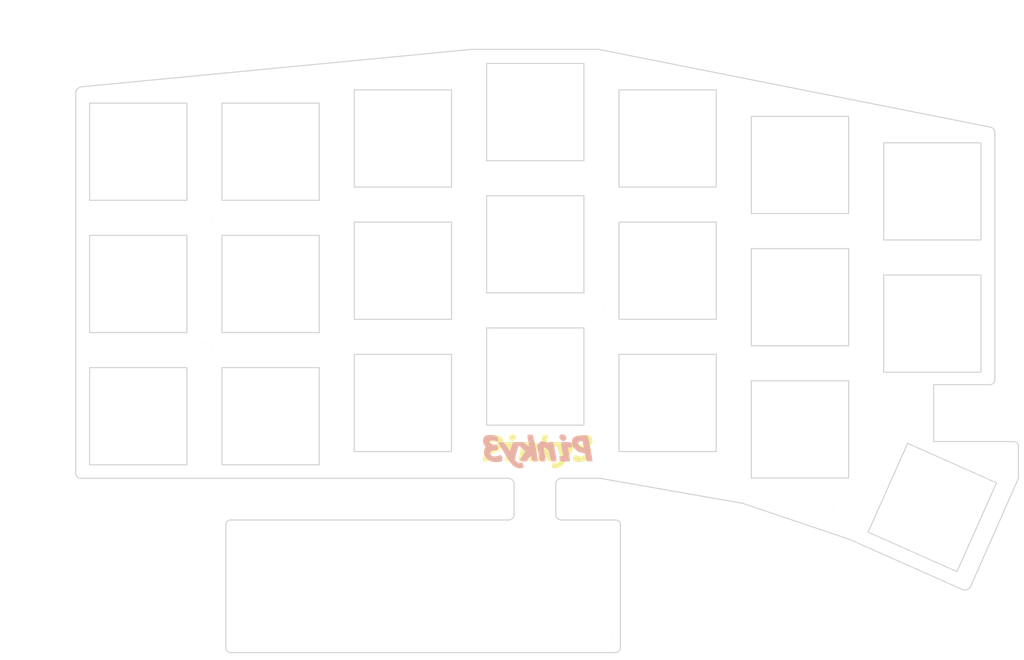
<source format=kicad_pcb>
(kicad_pcb (version 20171130) (host pcbnew "(5.0.1-3-g963ef8bb5)")

  (general
    (thickness 1.6)
    (drawings 122)
    (tracks 0)
    (zones 0)
    (modules 11)
    (nets 2)
  )

  (page A4)
  (title_block
    (title "Pinky3 Top Plate Design")
    (date 2018-12-23)
    (rev 0.3)
    (company @tamanishi)
  )

  (layers
    (0 F.Cu signal)
    (31 B.Cu signal)
    (32 B.Adhes user)
    (33 F.Adhes user)
    (34 B.Paste user)
    (35 F.Paste user)
    (36 B.SilkS user)
    (37 F.SilkS user)
    (38 B.Mask user)
    (39 F.Mask user)
    (40 Dwgs.User user hide)
    (41 Cmts.User user)
    (42 Eco1.User user)
    (43 Eco2.User user)
    (44 Edge.Cuts user)
    (45 Margin user)
    (46 B.CrtYd user)
    (47 F.CrtYd user)
    (48 B.Fab user)
    (49 F.Fab user)
  )

  (setup
    (last_trace_width 0.25)
    (user_trace_width 0.5)
    (trace_clearance 0.2)
    (zone_clearance 0.508)
    (zone_45_only no)
    (trace_min 0.2)
    (segment_width 0.15)
    (edge_width 0.15)
    (via_size 0.6)
    (via_drill 0.4)
    (via_min_size 0.4)
    (via_min_drill 0.3)
    (uvia_size 0.4)
    (uvia_drill 0.3)
    (uvias_allowed no)
    (uvia_min_size 0.4)
    (uvia_min_drill 0.3)
    (pcb_text_width 0.3)
    (pcb_text_size 1.5 1.5)
    (mod_edge_width 0.15)
    (mod_text_size 1 1)
    (mod_text_width 0.15)
    (pad_size 5 5)
    (pad_drill 4.8)
    (pad_to_mask_clearance 0.2)
    (solder_mask_min_width 0.25)
    (aux_axis_origin 41 54.3)
    (visible_elements FFFFE77F)
    (pcbplotparams
      (layerselection 0x010f0_ffffffff)
      (usegerberextensions false)
      (usegerberattributes false)
      (usegerberadvancedattributes false)
      (creategerberjobfile false)
      (excludeedgelayer true)
      (linewidth 0.100000)
      (plotframeref false)
      (viasonmask false)
      (mode 1)
      (useauxorigin false)
      (hpglpennumber 1)
      (hpglpenspeed 20)
      (hpglpendiameter 15.000000)
      (psnegative false)
      (psa4output false)
      (plotreference true)
      (plotvalue true)
      (plotinvisibletext false)
      (padsonsilk false)
      (subtractmaskfromsilk false)
      (outputformat 1)
      (mirror false)
      (drillshape 0)
      (scaleselection 1)
      (outputdirectory "Gerber/"))
  )

  (net 0 "")
  (net 1 GND)

  (net_class Default "This is the default net class."
    (clearance 0.2)
    (trace_width 0.25)
    (via_dia 0.6)
    (via_drill 0.4)
    (uvia_dia 0.4)
    (uvia_drill 0.3)
  )

  (module lib:HOLE_M2 (layer F.Cu) (tedit 5C1EE041) (tstamp 5C0A86C7)
    (at 149 120.3)
    (fp_text reference Ref** (at 0 -2) (layer F.SilkS) hide
      (effects (font (size 0.29972 0.29972) (thickness 0.07493)))
    )
    (fp_text value Val** (at 0 1.75) (layer F.SilkS) hide
      (effects (font (size 0.29972 0.29972) (thickness 0.0762)))
    )
    (pad "" np_thru_hole circle (at 0 0) (size 2.2 2.2) (drill 2.2) (layers *.Cu *.Mask F.SilkS)
      (clearance 0.85))
  )

  (module lib:HOLE_M2 (layer F.Cu) (tedit 5C1EE041) (tstamp 5BDF1C89)
    (at 59.5 97.6)
    (fp_text reference Ref** (at 0 -2) (layer F.SilkS) hide
      (effects (font (size 0.29972 0.29972) (thickness 0.07493)))
    )
    (fp_text value Val** (at 0 1.75) (layer F.SilkS) hide
      (effects (font (size 0.29972 0.29972) (thickness 0.0762)))
    )
    (pad "" np_thru_hole circle (at 0 0) (size 2.2 2.2) (drill 2.2) (layers *.Cu *.Mask F.SilkS)
      (clearance 0.85))
  )

  (module lib:HOLE_M2 (layer F.Cu) (tedit 5C1EE041) (tstamp 5BDF1C99)
    (at 116 91.9)
    (fp_text reference Ref** (at 0 -2) (layer F.SilkS) hide
      (effects (font (size 0.29972 0.29972) (thickness 0.07493)))
    )
    (fp_text value Val** (at 0 1.75) (layer F.SilkS) hide
      (effects (font (size 0.29972 0.29972) (thickness 0.0762)))
    )
    (pad "" np_thru_hole circle (at 0 0) (size 2.2 2.2) (drill 2.2) (layers *.Cu *.Mask F.SilkS)
      (clearance 0.85))
  )

  (module lib:HOLE_M2 (layer F.Cu) (tedit 5C1EE041) (tstamp 5BDF2E30)
    (at 154.1 80.5)
    (fp_text reference Ref** (at 0 -2) (layer F.SilkS) hide
      (effects (font (size 0.29972 0.29972) (thickness 0.07493)))
    )
    (fp_text value Val** (at 0 1.75) (layer F.SilkS) hide
      (effects (font (size 0.29972 0.29972) (thickness 0.0762)))
    )
    (pad "" np_thru_hole circle (at 0 0) (size 2.2 2.2) (drill 2.2) (layers *.Cu *.Mask F.SilkS)
      (clearance 0.85))
  )

  (module lib:HOLE_M2 (layer F.Cu) (tedit 5C1EE041) (tstamp 5C1F4314)
    (at 59.5 78.55)
    (fp_text reference Ref** (at 0 -2) (layer F.SilkS) hide
      (effects (font (size 0.29972 0.29972) (thickness 0.07493)))
    )
    (fp_text value Val** (at 0 1.75) (layer F.SilkS) hide
      (effects (font (size 0.29972 0.29972) (thickness 0.0762)))
    )
    (pad "" np_thru_hole circle (at 0 0) (size 2.2 2.2) (drill 2.2) (layers *.Cu *.Mask F.SilkS)
      (clearance 0.85))
  )

  (module kbd:HOLE_M2 (layer F.Cu) (tedit 5C1EE041) (tstamp 5C04BAC0)
    (at 117.1 124.4)
    (fp_text reference HOLE_M2 (at 0 -2) (layer F.SilkS) hide
      (effects (font (size 0.29972 0.29972) (thickness 0.07493)))
    )
    (fp_text value VAL** (at 0 1.75) (layer F.SilkS) hide
      (effects (font (size 0.29972 0.29972) (thickness 0.0762)))
    )
    (pad "" np_thru_hole circle (at 0 0) (size 2.2 2.2) (drill 2.2) (layers *.Cu *.Mask F.SilkS)
      (clearance 0.85))
  )

  (module kbd:HOLE_M2 (layer F.Cu) (tedit 5C1EE041) (tstamp 5C04BAC9)
    (at 117.1 138.9)
    (fp_text reference HOLE_M2 (at 0 -2) (layer F.SilkS) hide
      (effects (font (size 0.29972 0.29972) (thickness 0.07493)))
    )
    (fp_text value VAL** (at 0 1.75) (layer F.SilkS) hide
      (effects (font (size 0.29972 0.29972) (thickness 0.0762)))
    )
    (pad "" np_thru_hole circle (at 0 0) (size 2.2 2.2) (drill 2.2) (layers *.Cu *.Mask F.SilkS)
      (clearance 0.85))
  )

  (module lib:breakaway-mousebites (layer F.Cu) (tedit 5BEE6749) (tstamp 5C1F43DC)
    (at 107.1 116.1)
    (fp_text reference REF** (at 0 -1.524) (layer Dwgs.User)
      (effects (font (size 1 1) (thickness 0.15)))
    )
    (fp_text value breakaway-mousebites (at 0 0.762) (layer Dwgs.User)
      (effects (font (size 1 1) (thickness 0.15)))
    )
    (fp_line (start 2.286 0) (end 2.794 0) (layer B.CrtYd) (width 0.15))
    (fp_line (start 1.016 0) (end 1.524 0) (layer B.CrtYd) (width 0.15))
    (fp_line (start -2.286 0) (end -2.794 0) (layer B.CrtYd) (width 0.15))
    (fp_line (start -1.016 0) (end -1.524 0) (layer B.CrtYd) (width 0.15))
    (fp_line (start 0.254 0) (end -0.254 0) (layer B.CrtYd) (width 0.15))
    (fp_line (start -2.794 0) (end 2.794 0) (layer Dwgs.User) (width 0.15))
    (pad "" np_thru_hole circle (at -2.54 -0.254) (size 0.7874 0.7874) (drill 0.7874) (layers *.Cu *.Mask))
    (pad "" np_thru_hole circle (at -1.27 -0.254) (size 0.7874 0.7874) (drill 0.7874) (layers *.Cu *.Mask))
    (pad "" np_thru_hole circle (at 2.54 -0.254) (size 0.7874 0.7874) (drill 0.7874) (layers *.Cu *.Mask))
    (pad "" np_thru_hole circle (at 1.27 -0.254) (size 0.7874 0.7874) (drill 0.7874) (layers *.Cu *.Mask))
    (pad "" np_thru_hole circle (at 0 -0.254) (size 0.7874 0.7874) (drill 0.7874) (layers *.Cu *.Mask))
  )

  (module lib:breakaway-mousebites (layer F.Cu) (tedit 5BEE6749) (tstamp 5C1F440F)
    (at 107.1 122.1 180)
    (fp_text reference REF** (at 0 -1.524 180) (layer Dwgs.User)
      (effects (font (size 1 1) (thickness 0.15)))
    )
    (fp_text value breakaway-mousebites (at 0 0.762 180) (layer Dwgs.User)
      (effects (font (size 1 1) (thickness 0.15)))
    )
    (fp_line (start 2.286 0) (end 2.794 0) (layer B.CrtYd) (width 0.15))
    (fp_line (start 1.016 0) (end 1.524 0) (layer B.CrtYd) (width 0.15))
    (fp_line (start -2.286 0) (end -2.794 0) (layer B.CrtYd) (width 0.15))
    (fp_line (start -1.016 0) (end -1.524 0) (layer B.CrtYd) (width 0.15))
    (fp_line (start 0.254 0) (end -0.254 0) (layer B.CrtYd) (width 0.15))
    (fp_line (start -2.794 0) (end 2.794 0) (layer Dwgs.User) (width 0.15))
    (pad "" np_thru_hole circle (at -2.54 -0.254 180) (size 0.7874 0.7874) (drill 0.7874) (layers *.Cu *.Mask))
    (pad "" np_thru_hole circle (at -1.27 -0.254 180) (size 0.7874 0.7874) (drill 0.7874) (layers *.Cu *.Mask))
    (pad "" np_thru_hole circle (at 2.54 -0.254 180) (size 0.7874 0.7874) (drill 0.7874) (layers *.Cu *.Mask))
    (pad "" np_thru_hole circle (at 1.27 -0.254 180) (size 0.7874 0.7874) (drill 0.7874) (layers *.Cu *.Mask))
    (pad "" np_thru_hole circle (at 0 -0.254 180) (size 0.7874 0.7874) (drill 0.7874) (layers *.Cu *.Mask))
  )

  (module lib:pinky3 (layer B.Cu) (tedit 0) (tstamp 5C31D7C6)
    (at 107.5 112.2 180)
    (fp_text reference G*** (at 0 0 180) (layer B.SilkS) hide
      (effects (font (size 1.524 1.524) (thickness 0.3)) (justify mirror))
    )
    (fp_text value LOGO (at 0.75 0 180) (layer B.SilkS) hide
      (effects (font (size 1.524 1.524) (thickness 0.3)) (justify mirror))
    )
    (fp_poly (pts (xy -3.341841 2.400345) (xy -3.202176 2.298987) (xy -3.127329 2.153535) (xy -3.12007 1.983201)
      (xy -3.183166 1.807194) (xy -3.319388 1.644724) (xy -3.418767 1.572744) (xy -3.633118 1.485313)
      (xy -3.826454 1.494863) (xy -3.99011 1.597891) (xy -4.100092 1.76962) (xy -4.114703 1.959412)
      (xy -4.034953 2.153196) (xy -3.94208 2.265681) (xy -3.812069 2.377675) (xy -3.688628 2.427864)
      (xy -3.543554 2.4384) (xy -3.341841 2.400345)) (layer B.SilkS) (width 0.01))
    (fp_poly (pts (xy -0.482306 1.376166) (xy -0.251109 1.26555) (xy -0.172169 1.198329) (xy -0.075296 1.08678)
      (xy -0.010262 0.967467) (xy 0.024198 0.823746) (xy 0.029351 0.638972) (xy 0.006461 0.396503)
      (xy -0.043204 0.079693) (xy -0.074029 -0.091979) (xy -0.148844 -0.49881) (xy -0.209523 -0.81685)
      (xy -0.261481 -1.057009) (xy -0.310131 -1.230198) (xy -0.360888 -1.347327) (xy -0.419165 -1.419306)
      (xy -0.490375 -1.457046) (xy -0.579934 -1.471457) (xy -0.693255 -1.47345) (xy -0.759409 -1.4732)
      (xy -0.913398 -1.470639) (xy -1.02373 -1.454103) (xy -1.09409 -1.410308) (xy -1.128166 -1.325971)
      (xy -1.129645 -1.187809) (xy -1.102212 -0.98254) (xy -1.049556 -0.696879) (xy -1.0187 -0.539004)
      (xy -0.948236 -0.168361) (xy -0.900304 0.114328) (xy -0.87384 0.319932) (xy -0.867779 0.459319)
      (xy -0.881058 0.543358) (xy -0.909087 0.580917) (xy -0.975833 0.570451) (xy -1.092894 0.5098)
      (xy -1.234805 0.416453) (xy -1.376101 0.307901) (xy -1.491319 0.201635) (xy -1.532972 0.1524)
      (xy -1.578727 0.053293) (xy -1.635244 -0.124305) (xy -1.69638 -0.3587) (xy -1.755992 -0.628198)
      (xy -1.760868 -0.652411) (xy -1.815883 -0.90749) (xy -1.871402 -1.129796) (xy -1.921675 -1.298505)
      (xy -1.960953 -1.392798) (xy -1.967769 -1.401711) (xy -2.066486 -1.447558) (xy -2.223891 -1.47126)
      (xy -2.402827 -1.473024) (xy -2.566135 -1.453059) (xy -2.676658 -1.411569) (xy -2.691841 -1.397674)
      (xy -2.70874 -1.355301) (xy -2.712608 -1.275996) (xy -2.701948 -1.148644) (xy -2.675262 -0.962131)
      (xy -2.631054 -0.705344) (xy -2.567825 -0.367168) (xy -2.519044 -0.114974) (xy -2.451037 0.228252)
      (xy -2.386653 0.543121) (xy -2.329192 0.814279) (xy -2.281952 1.026375) (xy -2.248234 1.164053)
      (xy -2.235073 1.2065) (xy -2.199542 1.266794) (xy -2.140313 1.301227) (xy -2.032235 1.316867)
      (xy -1.850156 1.320782) (xy -1.828295 1.3208) (xy -1.623015 1.314638) (xy -1.501292 1.293919)
      (xy -1.445707 1.255297) (xy -1.441504 1.24651) (xy -1.406726 1.199459) (xy -1.340798 1.218533)
      (xy -1.303398 1.240849) (xy -1.030633 1.364649) (xy -0.749541 1.409477) (xy -0.482306 1.376166)) (layer B.SilkS) (width 0.01))
    (fp_poly (pts (xy -3.803067 1.319092) (xy -3.606005 1.312807) (xy -3.479164 1.300209) (xy -3.406871 1.279561)
      (xy -3.373459 1.249125) (xy -3.369948 1.241414) (xy -3.370941 1.172104) (xy -3.389134 1.022005)
      (xy -3.421246 0.809839) (xy -3.463998 0.554332) (xy -3.514109 0.274207) (xy -3.568298 -0.011811)
      (xy -3.623286 -0.284998) (xy -3.675792 -0.526629) (xy -3.691532 -0.59422) (xy -3.698453 -0.657051)
      (xy -3.666784 -0.69255) (xy -3.574863 -0.710891) (xy -3.421135 -0.72122) (xy -3.1242 -0.7366)
      (xy -3.135952 -1.010951) (xy -3.148699 -1.183663) (xy -3.179755 -1.30704) (xy -3.244057 -1.389342)
      (xy -3.356544 -1.438829) (xy -3.532152 -1.463762) (xy -3.785821 -1.4724) (xy -3.971868 -1.4732)
      (xy -4.248147 -1.47131) (xy -4.438776 -1.464425) (xy -4.559656 -1.450722) (xy -4.626689 -1.428376)
      (xy -4.655775 -1.395563) (xy -4.656105 -1.394718) (xy -4.654784 -1.327702) (xy -4.637389 -1.180715)
      (xy -4.607312 -0.973502) (xy -4.567945 -0.725812) (xy -4.52268 -0.45739) (xy -4.47491 -0.187982)
      (xy -4.428027 0.062664) (xy -4.385423 0.274803) (xy -4.35049 0.428688) (xy -4.33188 0.492634)
      (xy -4.358026 0.532466) (xy -4.475594 0.558477) (xy -4.605689 0.568834) (xy -4.9022 0.5842)
      (xy -4.895847 0.842382) (xy -4.888336 1.022499) (xy -4.866081 1.150572) (xy -4.814065 1.235473)
      (xy -4.71727 1.286074) (xy -4.560677 1.311247) (xy -4.329268 1.319865) (xy -4.086019 1.3208)
      (xy -3.803067 1.319092)) (layer B.SilkS) (width 0.01))
    (fp_poly (pts (xy -6.5913 2.284994) (xy -6.110983 2.269062) (xy -5.722103 2.220944) (xy -5.418523 2.136767)
      (xy -5.194105 2.01266) (xy -5.042711 1.844748) (xy -4.958205 1.629159) (xy -4.934447 1.36202)
      (xy -4.940307 1.243212) (xy -5.018676 0.872387) (xy -5.183754 0.53462) (xy -5.422792 0.242224)
      (xy -5.72304 0.007514) (xy -6.071747 -0.157196) (xy -6.456163 -0.239593) (xy -6.477521 -0.241446)
      (xy -6.65989 -0.260435) (xy -6.764446 -0.286602) (xy -6.814962 -0.328939) (xy -6.831395 -0.375318)
      (xy -6.852709 -0.482655) (xy -6.884298 -0.648559) (xy -6.910137 -0.7874) (xy -6.969529 -1.075438)
      (xy -7.026331 -1.273453) (xy -7.084594 -1.392805) (xy -7.144012 -1.443307) (xy -7.240918 -1.461384)
      (xy -7.391471 -1.470825) (xy -7.561029 -1.471826) (xy -7.714948 -1.464585) (xy -7.818584 -1.449302)
      (xy -7.840134 -1.439333) (xy -7.858874 -1.407561) (xy -7.868247 -1.351832) (xy -7.866869 -1.262634)
      (xy -7.853355 -1.130458) (xy -7.826323 -0.945796) (xy -7.784386 -0.699136) (xy -7.726161 -0.380969)
      (xy -7.650265 0.018213) (xy -7.56078 0.479873) (xy -7.547683 0.5461) (xy -6.652477 0.5461)
      (xy -6.613145 0.512686) (xy -6.508113 0.513906) (xy -6.366261 0.547282) (xy -6.284869 0.577653)
      (xy -6.063792 0.718902) (xy -5.915096 0.915512) (xy -5.857968 1.102015) (xy -5.857814 1.264656)
      (xy -5.918809 1.367378) (xy -6.054048 1.422051) (xy -6.230123 1.439375) (xy -6.470535 1.4478)
      (xy -6.560344 1.016) (xy -6.601149 0.816894) (xy -6.632849 0.656685) (xy -6.650483 0.560686)
      (xy -6.652477 0.5461) (xy -7.547683 0.5461) (xy -7.463829 0.97009) (xy -7.382031 1.367162)
      (xy -7.313708 1.678141) (xy -7.257183 1.910078) (xy -7.210778 2.070026) (xy -7.172814 2.165035)
      (xy -7.152828 2.194373) (xy -7.089723 2.239412) (xy -6.995241 2.267111) (xy -6.84687 2.281104)
      (xy -6.622101 2.285023) (xy -6.5913 2.284994)) (layer B.SilkS) (width 0.01))
    (fp_poly (pts (xy 7.095391 2.335455) (xy 7.322971 2.297945) (xy 7.458702 2.249947) (xy 7.677534 2.091276)
      (xy 7.816305 1.871124) (xy 7.872753 1.593364) (xy 7.874 1.540256) (xy 7.840438 1.228346)
      (xy 7.73115 0.960675) (xy 7.595732 0.772264) (xy 7.454467 0.604727) (xy 7.573813 0.47769)
      (xy 7.665574 0.316167) (xy 7.714239 0.091673) (xy 7.718542 -0.166178) (xy 7.677219 -0.427767)
      (xy 7.619767 -0.598882) (xy 7.469266 -0.851437) (xy 7.249832 -1.09677) (xy 6.991659 -1.305382)
      (xy 6.769554 -1.429523) (xy 6.576344 -1.488394) (xy 6.322157 -1.53177) (xy 6.043843 -1.556754)
      (xy 5.778252 -1.560447) (xy 5.562233 -1.539953) (xy 5.5118 -1.528432) (xy 5.300806 -1.466745)
      (xy 5.170761 -1.412185) (xy 5.104405 -1.345852) (xy 5.084475 -1.248844) (xy 5.09371 -1.102264)
      (xy 5.096646 -1.073862) (xy 5.119014 -0.897588) (xy 5.144177 -0.754087) (xy 5.160136 -0.693861)
      (xy 5.245021 -0.602144) (xy 5.397915 -0.577919) (xy 5.610394 -0.62174) (xy 5.708671 -0.657831)
      (xy 6.030305 -0.753372) (xy 6.307441 -0.763219) (xy 6.535341 -0.689001) (xy 6.709271 -0.532345)
      (xy 6.824497 -0.294882) (xy 6.831251 -0.271676) (xy 6.818314 -0.139591) (xy 6.740507 -0.021472)
      (xy 6.657565 0.058853) (xy 6.560631 0.105117) (xy 6.415906 0.129426) (xy 6.294163 0.138387)
      (xy 6.0478 0.153975) (xy 5.88613 0.173473) (xy 5.792468 0.20751) (xy 5.750128 0.266713)
      (xy 5.742427 0.361713) (xy 5.75113 0.484308) (xy 5.784958 0.706754) (xy 5.854179 0.849925)
      (xy 5.976921 0.929695) (xy 6.171308 0.961939) (xy 6.300222 0.9652) (xy 6.510458 0.9732)
      (xy 6.65275 1.00205) (xy 6.759843 1.059024) (xy 6.77527 1.07074) (xy 6.927295 1.217151)
      (xy 6.983266 1.344562) (xy 6.945554 1.459184) (xy 6.930375 1.477426) (xy 6.815768 1.550832)
      (xy 6.646301 1.570057) (xy 6.410726 1.535032) (xy 6.1828 1.472781) (xy 5.956673 1.410925)
      (xy 5.809659 1.396818) (xy 5.727917 1.437186) (xy 5.697608 1.53876) (xy 5.704582 1.705293)
      (xy 5.73099 1.879722) (xy 5.767466 2.025702) (xy 5.787952 2.076732) (xy 5.885852 2.165721)
      (xy 6.061914 2.239489) (xy 6.293518 2.295692) (xy 6.558045 2.331983) (xy 6.832876 2.34602)
      (xy 7.095391 2.335455)) (layer B.SilkS) (width 0.01))
    (fp_poly (pts (xy 1.297541 2.374133) (xy 1.421945 2.335953) (xy 1.46486 2.2987) (xy 1.475768 2.200777)
      (xy 1.457396 2.006142) (xy 1.409811 1.715354) (xy 1.367997 1.4986) (xy 1.316249 1.235911)
      (xy 1.272421 1.003675) (xy 1.240285 0.82263) (xy 1.223614 0.713514) (xy 1.22215 0.696821)
      (xy 1.245353 0.674814) (xy 1.322681 0.709769) (xy 1.460907 0.805793) (xy 1.6637 0.964487)
      (xy 2.1082 1.322732) (xy 2.843123 1.309066) (xy 3.578047 1.2954) (xy 3.76169 0.6858)
      (xy 3.833886 0.44675) (xy 3.896807 0.239532) (xy 3.94393 0.085553) (xy 3.96873 0.00622)
      (xy 3.969352 0.004343) (xy 4.002528 0.019082) (xy 4.078154 0.109977) (xy 4.187706 0.2653)
      (xy 4.322656 0.473321) (xy 4.39401 0.588543) (xy 4.53743 0.820256) (xy 4.665493 1.021312)
      (xy 4.767585 1.175489) (xy 4.833094 1.266564) (xy 4.848424 1.283101) (xy 4.924137 1.30111)
      (xy 5.068545 1.310061) (xy 5.2324 1.308501) (xy 5.41068 1.298646) (xy 5.511294 1.280449)
      (xy 5.558166 1.244171) (xy 5.57522 1.180075) (xy 5.576582 1.1684) (xy 5.560713 1.093036)
      (xy 5.501 0.957093) (xy 5.394716 0.755594) (xy 5.239138 0.483562) (xy 5.031539 0.136018)
      (xy 4.839062 -0.178814) (xy 4.591617 -0.580261) (xy 4.390393 -0.905402) (xy 4.228494 -1.164539)
      (xy 4.099022 -1.367976) (xy 3.995081 -1.526015) (xy 3.909774 -1.648958) (xy 3.836204 -1.747108)
      (xy 3.767474 -1.830768) (xy 3.696687 -1.910241) (xy 3.637007 -1.974458) (xy 3.36149 -2.213134)
      (xy 3.058474 -2.362543) (xy 2.708834 -2.430752) (xy 2.54 -2.437125) (xy 2.345548 -2.431335)
      (xy 2.186439 -2.416326) (xy 2.093958 -2.395195) (xy 2.08894 -2.39247) (xy 2.051825 -2.316694)
      (xy 2.043325 -2.179294) (xy 2.059279 -2.014812) (xy 2.095524 -1.857791) (xy 2.147898 -1.742774)
      (xy 2.170198 -1.718055) (xy 2.271886 -1.678501) (xy 2.447071 -1.655253) (xy 2.578977 -1.651)
      (xy 2.758509 -1.647981) (xy 2.874982 -1.627643) (xy 2.96694 -1.573063) (xy 3.072923 -1.467316)
      (xy 3.123245 -1.412013) (xy 3.33971 -1.173027) (xy 3.056377 -0.178699) (xy 2.948347 0.191445)
      (xy 2.861576 0.468089) (xy 2.794124 0.656648) (xy 2.744046 0.762536) (xy 2.709401 0.79117)
      (xy 2.70855 0.79088) (xy 2.643219 0.750204) (xy 2.523813 0.662831) (xy 2.369195 0.543906)
      (xy 2.198232 0.40857) (xy 2.02979 0.271968) (xy 1.882734 0.149242) (xy 1.77593 0.055534)
      (xy 1.728244 0.005989) (xy 1.727356 0.003302) (xy 1.755633 -0.046114) (xy 1.833037 -0.161576)
      (xy 1.948611 -0.327201) (xy 2.091396 -0.527106) (xy 2.132686 -0.5842) (xy 2.281906 -0.795612)
      (xy 2.406531 -0.982874) (xy 2.495348 -1.128321) (xy 2.537143 -1.214293) (xy 2.53893 -1.224026)
      (xy 2.503169 -1.342308) (xy 2.388077 -1.421295) (xy 2.187437 -1.463723) (xy 1.972491 -1.4732)
      (xy 1.590782 -1.4732) (xy 1.282359 -1.038421) (xy 1.139961 -0.838657) (xy 1.0448 -0.721406)
      (xy 0.982971 -0.688036) (xy 0.940571 -0.739917) (xy 0.903696 -0.878417) (xy 0.863464 -1.079657)
      (xy 0.813788 -1.270709) (xy 0.742058 -1.388353) (xy 0.625399 -1.449634) (xy 0.440936 -1.471598)
      (xy 0.335327 -1.4732) (xy 0.157176 -1.464638) (xy 0.054675 -1.434464) (xy 0.007104 -1.3843)
      (xy 0.005628 -1.315043) (xy 0.022711 -1.160321) (xy 0.055696 -0.934028) (xy 0.101927 -0.650059)
      (xy 0.158746 -0.322309) (xy 0.223497 0.035327) (xy 0.293524 0.408956) (xy 0.366169 0.784681)
      (xy 0.438776 1.148608) (xy 0.508689 1.486843) (xy 0.57325 1.785491) (xy 0.629803 2.030656)
      (xy 0.675692 2.208444) (xy 0.708258 2.304961) (xy 0.714479 2.315352) (xy 0.804984 2.363283)
      (xy 0.955022 2.388554) (xy 1.130554 2.391918) (xy 1.297541 2.374133)) (layer B.SilkS) (width 0.01))
  )

  (module lib:pinky3 (layer F.Cu) (tedit 0) (tstamp 5C31D7D9)
    (at 107.5 112.2)
    (fp_text reference G*** (at 0 0) (layer F.SilkS) hide
      (effects (font (size 1.524 1.524) (thickness 0.3)))
    )
    (fp_text value LOGO (at 0.75 0) (layer F.SilkS) hide
      (effects (font (size 1.524 1.524) (thickness 0.3)))
    )
    (fp_poly (pts (xy -3.341841 -2.400345) (xy -3.202176 -2.298987) (xy -3.127329 -2.153535) (xy -3.12007 -1.983201)
      (xy -3.183166 -1.807194) (xy -3.319388 -1.644724) (xy -3.418767 -1.572744) (xy -3.633118 -1.485313)
      (xy -3.826454 -1.494863) (xy -3.99011 -1.597891) (xy -4.100092 -1.76962) (xy -4.114703 -1.959412)
      (xy -4.034953 -2.153196) (xy -3.94208 -2.265681) (xy -3.812069 -2.377675) (xy -3.688628 -2.427864)
      (xy -3.543554 -2.4384) (xy -3.341841 -2.400345)) (layer F.SilkS) (width 0.01))
    (fp_poly (pts (xy -0.482306 -1.376166) (xy -0.251109 -1.26555) (xy -0.172169 -1.198329) (xy -0.075296 -1.08678)
      (xy -0.010262 -0.967467) (xy 0.024198 -0.823746) (xy 0.029351 -0.638972) (xy 0.006461 -0.396503)
      (xy -0.043204 -0.079693) (xy -0.074029 0.091979) (xy -0.148844 0.49881) (xy -0.209523 0.81685)
      (xy -0.261481 1.057009) (xy -0.310131 1.230198) (xy -0.360888 1.347327) (xy -0.419165 1.419306)
      (xy -0.490375 1.457046) (xy -0.579934 1.471457) (xy -0.693255 1.47345) (xy -0.759409 1.4732)
      (xy -0.913398 1.470639) (xy -1.02373 1.454103) (xy -1.09409 1.410308) (xy -1.128166 1.325971)
      (xy -1.129645 1.187809) (xy -1.102212 0.98254) (xy -1.049556 0.696879) (xy -1.0187 0.539004)
      (xy -0.948236 0.168361) (xy -0.900304 -0.114328) (xy -0.87384 -0.319932) (xy -0.867779 -0.459319)
      (xy -0.881058 -0.543358) (xy -0.909087 -0.580917) (xy -0.975833 -0.570451) (xy -1.092894 -0.5098)
      (xy -1.234805 -0.416453) (xy -1.376101 -0.307901) (xy -1.491319 -0.201635) (xy -1.532972 -0.1524)
      (xy -1.578727 -0.053293) (xy -1.635244 0.124305) (xy -1.69638 0.3587) (xy -1.755992 0.628198)
      (xy -1.760868 0.652411) (xy -1.815883 0.90749) (xy -1.871402 1.129796) (xy -1.921675 1.298505)
      (xy -1.960953 1.392798) (xy -1.967769 1.401711) (xy -2.066486 1.447558) (xy -2.223891 1.47126)
      (xy -2.402827 1.473024) (xy -2.566135 1.453059) (xy -2.676658 1.411569) (xy -2.691841 1.397674)
      (xy -2.70874 1.355301) (xy -2.712608 1.275996) (xy -2.701948 1.148644) (xy -2.675262 0.962131)
      (xy -2.631054 0.705344) (xy -2.567825 0.367168) (xy -2.519044 0.114974) (xy -2.451037 -0.228252)
      (xy -2.386653 -0.543121) (xy -2.329192 -0.814279) (xy -2.281952 -1.026375) (xy -2.248234 -1.164053)
      (xy -2.235073 -1.2065) (xy -2.199542 -1.266794) (xy -2.140313 -1.301227) (xy -2.032235 -1.316867)
      (xy -1.850156 -1.320782) (xy -1.828295 -1.3208) (xy -1.623015 -1.314638) (xy -1.501292 -1.293919)
      (xy -1.445707 -1.255297) (xy -1.441504 -1.24651) (xy -1.406726 -1.199459) (xy -1.340798 -1.218533)
      (xy -1.303398 -1.240849) (xy -1.030633 -1.364649) (xy -0.749541 -1.409477) (xy -0.482306 -1.376166)) (layer F.SilkS) (width 0.01))
    (fp_poly (pts (xy -3.803067 -1.319092) (xy -3.606005 -1.312807) (xy -3.479164 -1.300209) (xy -3.406871 -1.279561)
      (xy -3.373459 -1.249125) (xy -3.369948 -1.241414) (xy -3.370941 -1.172104) (xy -3.389134 -1.022005)
      (xy -3.421246 -0.809839) (xy -3.463998 -0.554332) (xy -3.514109 -0.274207) (xy -3.568298 0.011811)
      (xy -3.623286 0.284998) (xy -3.675792 0.526629) (xy -3.691532 0.59422) (xy -3.698453 0.657051)
      (xy -3.666784 0.69255) (xy -3.574863 0.710891) (xy -3.421135 0.72122) (xy -3.1242 0.7366)
      (xy -3.135952 1.010951) (xy -3.148699 1.183663) (xy -3.179755 1.30704) (xy -3.244057 1.389342)
      (xy -3.356544 1.438829) (xy -3.532152 1.463762) (xy -3.785821 1.4724) (xy -3.971868 1.4732)
      (xy -4.248147 1.47131) (xy -4.438776 1.464425) (xy -4.559656 1.450722) (xy -4.626689 1.428376)
      (xy -4.655775 1.395563) (xy -4.656105 1.394718) (xy -4.654784 1.327702) (xy -4.637389 1.180715)
      (xy -4.607312 0.973502) (xy -4.567945 0.725812) (xy -4.52268 0.45739) (xy -4.47491 0.187982)
      (xy -4.428027 -0.062664) (xy -4.385423 -0.274803) (xy -4.35049 -0.428688) (xy -4.33188 -0.492634)
      (xy -4.358026 -0.532466) (xy -4.475594 -0.558477) (xy -4.605689 -0.568834) (xy -4.9022 -0.5842)
      (xy -4.895847 -0.842382) (xy -4.888336 -1.022499) (xy -4.866081 -1.150572) (xy -4.814065 -1.235473)
      (xy -4.71727 -1.286074) (xy -4.560677 -1.311247) (xy -4.329268 -1.319865) (xy -4.086019 -1.3208)
      (xy -3.803067 -1.319092)) (layer F.SilkS) (width 0.01))
    (fp_poly (pts (xy -6.5913 -2.284994) (xy -6.110983 -2.269062) (xy -5.722103 -2.220944) (xy -5.418523 -2.136767)
      (xy -5.194105 -2.01266) (xy -5.042711 -1.844748) (xy -4.958205 -1.629159) (xy -4.934447 -1.36202)
      (xy -4.940307 -1.243212) (xy -5.018676 -0.872387) (xy -5.183754 -0.53462) (xy -5.422792 -0.242224)
      (xy -5.72304 -0.007514) (xy -6.071747 0.157196) (xy -6.456163 0.239593) (xy -6.477521 0.241446)
      (xy -6.65989 0.260435) (xy -6.764446 0.286602) (xy -6.814962 0.328939) (xy -6.831395 0.375318)
      (xy -6.852709 0.482655) (xy -6.884298 0.648559) (xy -6.910137 0.7874) (xy -6.969529 1.075438)
      (xy -7.026331 1.273453) (xy -7.084594 1.392805) (xy -7.144012 1.443307) (xy -7.240918 1.461384)
      (xy -7.391471 1.470825) (xy -7.561029 1.471826) (xy -7.714948 1.464585) (xy -7.818584 1.449302)
      (xy -7.840134 1.439333) (xy -7.858874 1.407561) (xy -7.868247 1.351832) (xy -7.866869 1.262634)
      (xy -7.853355 1.130458) (xy -7.826323 0.945796) (xy -7.784386 0.699136) (xy -7.726161 0.380969)
      (xy -7.650265 -0.018213) (xy -7.56078 -0.479873) (xy -7.547683 -0.5461) (xy -6.652477 -0.5461)
      (xy -6.613145 -0.512686) (xy -6.508113 -0.513906) (xy -6.366261 -0.547282) (xy -6.284869 -0.577653)
      (xy -6.063792 -0.718902) (xy -5.915096 -0.915512) (xy -5.857968 -1.102015) (xy -5.857814 -1.264656)
      (xy -5.918809 -1.367378) (xy -6.054048 -1.422051) (xy -6.230123 -1.439375) (xy -6.470535 -1.4478)
      (xy -6.560344 -1.016) (xy -6.601149 -0.816894) (xy -6.632849 -0.656685) (xy -6.650483 -0.560686)
      (xy -6.652477 -0.5461) (xy -7.547683 -0.5461) (xy -7.463829 -0.97009) (xy -7.382031 -1.367162)
      (xy -7.313708 -1.678141) (xy -7.257183 -1.910078) (xy -7.210778 -2.070026) (xy -7.172814 -2.165035)
      (xy -7.152828 -2.194373) (xy -7.089723 -2.239412) (xy -6.995241 -2.267111) (xy -6.84687 -2.281104)
      (xy -6.622101 -2.285023) (xy -6.5913 -2.284994)) (layer F.SilkS) (width 0.01))
    (fp_poly (pts (xy 7.095391 -2.335455) (xy 7.322971 -2.297945) (xy 7.458702 -2.249947) (xy 7.677534 -2.091276)
      (xy 7.816305 -1.871124) (xy 7.872753 -1.593364) (xy 7.874 -1.540256) (xy 7.840438 -1.228346)
      (xy 7.73115 -0.960675) (xy 7.595732 -0.772264) (xy 7.454467 -0.604727) (xy 7.573813 -0.47769)
      (xy 7.665574 -0.316167) (xy 7.714239 -0.091673) (xy 7.718542 0.166178) (xy 7.677219 0.427767)
      (xy 7.619767 0.598882) (xy 7.469266 0.851437) (xy 7.249832 1.09677) (xy 6.991659 1.305382)
      (xy 6.769554 1.429523) (xy 6.576344 1.488394) (xy 6.322157 1.53177) (xy 6.043843 1.556754)
      (xy 5.778252 1.560447) (xy 5.562233 1.539953) (xy 5.5118 1.528432) (xy 5.300806 1.466745)
      (xy 5.170761 1.412185) (xy 5.104405 1.345852) (xy 5.084475 1.248844) (xy 5.09371 1.102264)
      (xy 5.096646 1.073862) (xy 5.119014 0.897588) (xy 5.144177 0.754087) (xy 5.160136 0.693861)
      (xy 5.245021 0.602144) (xy 5.397915 0.577919) (xy 5.610394 0.62174) (xy 5.708671 0.657831)
      (xy 6.030305 0.753372) (xy 6.307441 0.763219) (xy 6.535341 0.689001) (xy 6.709271 0.532345)
      (xy 6.824497 0.294882) (xy 6.831251 0.271676) (xy 6.818314 0.139591) (xy 6.740507 0.021472)
      (xy 6.657565 -0.058853) (xy 6.560631 -0.105117) (xy 6.415906 -0.129426) (xy 6.294163 -0.138387)
      (xy 6.0478 -0.153975) (xy 5.88613 -0.173473) (xy 5.792468 -0.20751) (xy 5.750128 -0.266713)
      (xy 5.742427 -0.361713) (xy 5.75113 -0.484308) (xy 5.784958 -0.706754) (xy 5.854179 -0.849925)
      (xy 5.976921 -0.929695) (xy 6.171308 -0.961939) (xy 6.300222 -0.9652) (xy 6.510458 -0.9732)
      (xy 6.65275 -1.00205) (xy 6.759843 -1.059024) (xy 6.77527 -1.07074) (xy 6.927295 -1.217151)
      (xy 6.983266 -1.344562) (xy 6.945554 -1.459184) (xy 6.930375 -1.477426) (xy 6.815768 -1.550832)
      (xy 6.646301 -1.570057) (xy 6.410726 -1.535032) (xy 6.1828 -1.472781) (xy 5.956673 -1.410925)
      (xy 5.809659 -1.396818) (xy 5.727917 -1.437186) (xy 5.697608 -1.53876) (xy 5.704582 -1.705293)
      (xy 5.73099 -1.879722) (xy 5.767466 -2.025702) (xy 5.787952 -2.076732) (xy 5.885852 -2.165721)
      (xy 6.061914 -2.239489) (xy 6.293518 -2.295692) (xy 6.558045 -2.331983) (xy 6.832876 -2.34602)
      (xy 7.095391 -2.335455)) (layer F.SilkS) (width 0.01))
    (fp_poly (pts (xy 1.297541 -2.374133) (xy 1.421945 -2.335953) (xy 1.46486 -2.2987) (xy 1.475768 -2.200777)
      (xy 1.457396 -2.006142) (xy 1.409811 -1.715354) (xy 1.367997 -1.4986) (xy 1.316249 -1.235911)
      (xy 1.272421 -1.003675) (xy 1.240285 -0.82263) (xy 1.223614 -0.713514) (xy 1.22215 -0.696821)
      (xy 1.245353 -0.674814) (xy 1.322681 -0.709769) (xy 1.460907 -0.805793) (xy 1.6637 -0.964487)
      (xy 2.1082 -1.322732) (xy 2.843123 -1.309066) (xy 3.578047 -1.2954) (xy 3.76169 -0.6858)
      (xy 3.833886 -0.44675) (xy 3.896807 -0.239532) (xy 3.94393 -0.085553) (xy 3.96873 -0.00622)
      (xy 3.969352 -0.004343) (xy 4.002528 -0.019082) (xy 4.078154 -0.109977) (xy 4.187706 -0.2653)
      (xy 4.322656 -0.473321) (xy 4.39401 -0.588543) (xy 4.53743 -0.820256) (xy 4.665493 -1.021312)
      (xy 4.767585 -1.175489) (xy 4.833094 -1.266564) (xy 4.848424 -1.283101) (xy 4.924137 -1.30111)
      (xy 5.068545 -1.310061) (xy 5.2324 -1.308501) (xy 5.41068 -1.298646) (xy 5.511294 -1.280449)
      (xy 5.558166 -1.244171) (xy 5.57522 -1.180075) (xy 5.576582 -1.1684) (xy 5.560713 -1.093036)
      (xy 5.501 -0.957093) (xy 5.394716 -0.755594) (xy 5.239138 -0.483562) (xy 5.031539 -0.136018)
      (xy 4.839062 0.178814) (xy 4.591617 0.580261) (xy 4.390393 0.905402) (xy 4.228494 1.164539)
      (xy 4.099022 1.367976) (xy 3.995081 1.526015) (xy 3.909774 1.648958) (xy 3.836204 1.747108)
      (xy 3.767474 1.830768) (xy 3.696687 1.910241) (xy 3.637007 1.974458) (xy 3.36149 2.213134)
      (xy 3.058474 2.362543) (xy 2.708834 2.430752) (xy 2.54 2.437125) (xy 2.345548 2.431335)
      (xy 2.186439 2.416326) (xy 2.093958 2.395195) (xy 2.08894 2.39247) (xy 2.051825 2.316694)
      (xy 2.043325 2.179294) (xy 2.059279 2.014812) (xy 2.095524 1.857791) (xy 2.147898 1.742774)
      (xy 2.170198 1.718055) (xy 2.271886 1.678501) (xy 2.447071 1.655253) (xy 2.578977 1.651)
      (xy 2.758509 1.647981) (xy 2.874982 1.627643) (xy 2.96694 1.573063) (xy 3.072923 1.467316)
      (xy 3.123245 1.412013) (xy 3.33971 1.173027) (xy 3.056377 0.178699) (xy 2.948347 -0.191445)
      (xy 2.861576 -0.468089) (xy 2.794124 -0.656648) (xy 2.744046 -0.762536) (xy 2.709401 -0.79117)
      (xy 2.70855 -0.79088) (xy 2.643219 -0.750204) (xy 2.523813 -0.662831) (xy 2.369195 -0.543906)
      (xy 2.198232 -0.40857) (xy 2.02979 -0.271968) (xy 1.882734 -0.149242) (xy 1.77593 -0.055534)
      (xy 1.728244 -0.005989) (xy 1.727356 -0.003302) (xy 1.755633 0.046114) (xy 1.833037 0.161576)
      (xy 1.948611 0.327201) (xy 2.091396 0.527106) (xy 2.132686 0.5842) (xy 2.281906 0.795612)
      (xy 2.406531 0.982874) (xy 2.495348 1.128321) (xy 2.537143 1.214293) (xy 2.53893 1.224026)
      (xy 2.503169 1.342308) (xy 2.388077 1.421295) (xy 2.187437 1.463723) (xy 1.972491 1.4732)
      (xy 1.590782 1.4732) (xy 1.282359 1.038421) (xy 1.139961 0.838657) (xy 1.0448 0.721406)
      (xy 0.982971 0.688036) (xy 0.940571 0.739917) (xy 0.903696 0.878417) (xy 0.863464 1.079657)
      (xy 0.813788 1.270709) (xy 0.742058 1.388353) (xy 0.625399 1.449634) (xy 0.440936 1.471598)
      (xy 0.335327 1.4732) (xy 0.157176 1.464638) (xy 0.054675 1.434464) (xy 0.007104 1.3843)
      (xy 0.005628 1.315043) (xy 0.022711 1.160321) (xy 0.055696 0.934028) (xy 0.101927 0.650059)
      (xy 0.158746 0.322309) (xy 0.223497 -0.035327) (xy 0.293524 -0.408956) (xy 0.366169 -0.784681)
      (xy 0.438776 -1.148608) (xy 0.508689 -1.486843) (xy 0.57325 -1.785491) (xy 0.629803 -2.030656)
      (xy 0.675692 -2.208444) (xy 0.708258 -2.304961) (xy 0.714479 -2.315352) (xy 0.804984 -2.363283)
      (xy 0.955022 -2.388554) (xy 1.130554 -2.391918) (xy 1.297541 -2.374133)) (layer F.SilkS) (width 0.01))
  )

  (gr_line (start 138.25 63.955) (end 152.25 63.955) (layer Edge.Cuts) (width 0.15) (tstamp 5C1F42A1))
  (gr_line (start 100.15 56.335) (end 114.15 56.335) (layer Edge.Cuts) (width 0.15) (tstamp 5C1F429D))
  (dimension 86.9 (width 0.3) (layer F.CrtYd)
    (gr_text "86.900 mm" (at 35.637587 97.75 270) (layer F.CrtYd)
      (effects (font (size 1.5 1.5) (thickness 0.3)))
    )
    (feature1 (pts (xy 41 141.2) (xy 37.151166 141.2)))
    (feature2 (pts (xy 41 54.3) (xy 37.151166 54.3)))
    (crossbar (pts (xy 37.737587 54.3) (xy 37.737587 141.2)))
    (arrow1a (pts (xy 37.737587 141.2) (xy 37.151166 140.073496)))
    (arrow1b (pts (xy 37.737587 141.2) (xy 38.324008 140.073496)))
    (arrow2a (pts (xy 37.737587 54.3) (xy 37.151166 55.426504)))
    (arrow2b (pts (xy 37.737587 54.3) (xy 38.324008 55.426504)))
  )
  (gr_line (start 104.1 121.3) (end 104.1 116.9) (layer Edge.Cuts) (width 0.15))
  (gr_arc (start 103.3 121.3) (end 103.3 122.1) (angle -90) (layer Edge.Cuts) (width 0.15) (tstamp 5C1ED3C4))
  (gr_line (start 110.1 116.9) (end 110.1 121.3) (layer Edge.Cuts) (width 0.15))
  (gr_arc (start 110.9 121.3) (end 110.1 121.3) (angle -90) (layer Edge.Cuts) (width 0.15) (tstamp 5C1ED36B))
  (gr_arc (start 110.9 116.9) (end 110.9 116.1) (angle -90) (layer Edge.Cuts) (width 0.15) (tstamp 5C1ECDF9))
  (gr_line (start 119.4 122.8) (end 119.4 140.5) (layer Edge.Cuts) (width 0.15))
  (gr_arc (start 118.7 140.5) (end 118.7 141.2) (angle -90) (layer Edge.Cuts) (width 0.15) (tstamp 5C1DF866))
  (gr_line (start 63.3 141.2) (end 118.7 141.2) (layer Edge.Cuts) (width 0.15))
  (gr_line (start 62.6 122.8) (end 62.6 140.5) (layer Edge.Cuts) (width 0.15))
  (gr_arc (start 118.7 122.8) (end 119.4 122.8) (angle -90) (layer Edge.Cuts) (width 0.15) (tstamp 5C1DF856))
  (gr_line (start 110.9 116.1) (end 116.5 116.1) (layer Edge.Cuts) (width 0.15) (tstamp 5C1DF843))
  (gr_line (start 110.9 122.1) (end 118.7 122.1) (layer Edge.Cuts) (width 0.15) (tstamp 5C1DF83D))
  (gr_line (start 103.3 116.1) (end 41.7 116.1) (layer Edge.Cuts) (width 0.15))
  (gr_arc (start 103.3 116.9) (end 104.1 116.9) (angle -90) (layer Edge.Cuts) (width 0.15))
  (gr_line (start 63.3 122.1) (end 103.3 122.1) (layer Edge.Cuts) (width 0.15))
  (gr_arc (start 63.3 122.8) (end 63.3 122.1) (angle -90) (layer Edge.Cuts) (width 0.15) (tstamp 5C1DF7C2))
  (gr_arc (start 63.3 140.5) (end 62.6 140.5) (angle -90) (layer Edge.Cuts) (width 0.15) (tstamp 5C1DF7C2))
  (gr_arc (start 176 111.5) (end 176.7 111.5) (angle -90) (layer Edge.Cuts) (width 0.15) (tstamp 5C1DE371))
  (gr_line (start 176 110.8) (end 164.5 110.8) (layer Edge.Cuts) (width 0.15))
  (gr_line (start 176.7 116.1) (end 176.7 111.5) (layer Edge.Cuts) (width 0.15))
  (gr_line (start 137 119.7) (end 116.5 116.1) (layer Edge.Cuts) (width 0.15))
  (gr_line (start 152.4 124.9) (end 137 119.7) (layer Edge.Cuts) (width 0.15))
  (gr_line (start 152.4 124.9) (end 168.6 132.1) (layer Edge.Cuts) (width 0.15))
  (gr_line (start 171.3 86.815) (end 171.3 100.815) (layer Edge.Cuts) (width 0.15) (tstamp 5C0AF31E))
  (gr_line (start 157.3 86.815) (end 157.3 100.815) (layer Edge.Cuts) (width 0.15))
  (gr_line (start 43 100.15) (end 43 114.15) (layer Edge.Cuts) (width 0.15) (tstamp 5BFA0244))
  (dimension 135.7 (width 0.3) (layer F.CrtYd)
    (gr_text "135.700 mm" (at 108.85 48.3) (layer F.CrtYd)
      (effects (font (size 1.5 1.5) (thickness 0.3)))
    )
    (feature1 (pts (xy 176.7 54.3) (xy 176.7 49.813579)))
    (feature2 (pts (xy 41 54.3) (xy 41 49.813579)))
    (crossbar (pts (xy 41 50.4) (xy 176.7 50.4)))
    (arrow1a (pts (xy 176.7 50.4) (xy 175.573496 50.986421)))
    (arrow1b (pts (xy 176.7 50.4) (xy 175.573496 49.813579)))
    (arrow2a (pts (xy 41 50.4) (xy 42.126504 50.986421)))
    (arrow2b (pts (xy 41 50.4) (xy 42.126504 49.813579)))
  )
  (gr_arc (start 172.6 101.9) (end 172.6 102.6) (angle -90) (layer Edge.Cuts) (width 0.15))
  (gr_line (start 164.5 102.6) (end 172.6 102.6) (layer Edge.Cuts) (width 0.15))
  (gr_line (start 164.5 110.8) (end 164.5 102.6) (layer Edge.Cuts) (width 0.15))
  (gr_arc (start 168.999999 131.300001) (end 168.6 132.1) (angle -90) (layer Edge.Cuts) (width 0.15))
  (gr_line (start 41.8 59.7) (end 98.1 54.3) (layer Edge.Cuts) (width 0.15) (tstamp 5BF131E6))
  (gr_line (start 98.1 54.3) (end 116.2 54.3) (layer Edge.Cuts) (width 0.15) (tstamp 5BF131E5))
  (gr_line (start 116.2 54.3) (end 172.6 65.5) (layer Edge.Cuts) (width 0.15) (tstamp 5BF131E4))
  (gr_line (start 173.3 66.2) (end 173.3 101.9) (layer Edge.Cuts) (width 0.15) (tstamp 5BF131E3))
  (gr_line (start 169.799998 131.7) (end 176.7 116.1) (layer Edge.Cuts) (width 0.15) (tstamp 5BF131E2))
  (gr_arc (start 41.7 115.4) (end 41 115.4) (angle -90) (layer Edge.Cuts) (width 0.15) (tstamp 5BF131E0))
  (gr_arc (start 172.499302 66.299912) (end 173.299302 66.199912) (angle -75.7) (layer Edge.Cuts) (width 0.15) (tstamp 5BF131DE))
  (gr_arc (start 41.999999 60.699999) (end 41.8 59.7) (angle -69.2) (layer Edge.Cuts) (width 0.15) (tstamp 5BF131DD))
  (gr_line (start 41 115.4) (end 41 60.5) (layer Edge.Cuts) (width 0.15) (tstamp 5BF131DC))
  (gr_line (start 57 62.05) (end 57 76.05) (layer Edge.Cuts) (width 0.15))
  (gr_line (start 57 100.15) (end 57 114.15) (layer Edge.Cuts) (width 0.15))
  (gr_line (start 62.05 100.15) (end 76.05 100.15) (layer Edge.Cuts) (width 0.15))
  (gr_line (start 43 100.15) (end 57 100.15) (layer Edge.Cuts) (width 0.15))
  (gr_line (start 62.05 100.15) (end 62.05 114.15) (layer Edge.Cuts) (width 0.15))
  (gr_line (start 43 81.1) (end 57 81.1) (layer Edge.Cuts) (width 0.15))
  (gr_line (start 76.05 100.15) (end 76.05 114.15) (layer Edge.Cuts) (width 0.15))
  (gr_line (start 100.15 94.435) (end 100.15 108.435) (layer Edge.Cuts) (width 0.15))
  (gr_line (start 95.1 112.245) (end 81.1 112.245) (layer Edge.Cuts) (width 0.15))
  (gr_line (start 100.15 108.435) (end 114.15 108.435) (layer Edge.Cuts) (width 0.15))
  (gr_line (start 100.15 89.385) (end 114.15 89.385) (layer Edge.Cuts) (width 0.15))
  (gr_line (start 114.15 75.385) (end 114.15 89.385) (layer Edge.Cuts) (width 0.15))
  (gr_line (start 81.1 98.245) (end 95.1 98.245) (layer Edge.Cuts) (width 0.15))
  (gr_line (start 157.3 81.765) (end 171.3 81.765) (layer Edge.Cuts) (width 0.15))
  (gr_line (start 171.3 67.765) (end 171.3 81.765) (layer Edge.Cuts) (width 0.15))
  (gr_line (start 133.2 98.245) (end 133.2 112.245) (layer Edge.Cuts) (width 0.15))
  (gr_line (start 119.2 60.145) (end 119.2 74.145) (layer Edge.Cuts) (width 0.15))
  (gr_line (start 81.1 98.245) (end 81.1 112.245) (layer Edge.Cuts) (width 0.15))
  (gr_line (start 81.1 60.145) (end 95.1 60.145) (layer Edge.Cuts) (width 0.15))
  (gr_line (start 62.05 76.05) (end 62.05 62.05) (layer Edge.Cuts) (width 0.15))
  (gr_line (start 62.05 95.1) (end 76.05 95.1) (layer Edge.Cuts) (width 0.15))
  (gr_line (start 76.05 81.1) (end 76.05 95.1) (layer Edge.Cuts) (width 0.15))
  (gr_line (start 43 114.15) (end 57 114.15) (layer Edge.Cuts) (width 0.15))
  (gr_line (start 138.25 83.005) (end 138.25 97.005) (layer Edge.Cuts) (width 0.15))
  (gr_line (start 95.1 74.145) (end 81.1 74.145) (layer Edge.Cuts) (width 0.15))
  (gr_line (start 95.1 60.145) (end 95.1 74.145) (layer Edge.Cuts) (width 0.15))
  (gr_line (start 138.25 77.955) (end 152.25 77.955) (layer Edge.Cuts) (width 0.15))
  (gr_line (start 152.25 63.955) (end 152.25 77.955) (layer Edge.Cuts) (width 0.15))
  (gr_line (start 119.2 112.245) (end 133.2 112.245) (layer Edge.Cuts) (width 0.15))
  (gr_line (start 100.15 94.435) (end 114.15 94.435) (layer Edge.Cuts) (width 0.15))
  (gr_line (start 114.15 94.435) (end 114.15 108.435) (layer Edge.Cuts) (width 0.15))
  (gr_line (start 157.3 86.815) (end 171.3 86.815) (layer Edge.Cuts) (width 0.15))
  (gr_line (start 119.2 60.145) (end 133.2 60.145) (layer Edge.Cuts) (width 0.15))
  (gr_line (start 81.1 60.145) (end 81.1 74.145) (layer Edge.Cuts) (width 0.15))
  (gr_line (start 43 76.05) (end 57 76.05) (layer Edge.Cuts) (width 0.15))
  (gr_line (start 62.05 76.05) (end 76.05 76.05) (layer Edge.Cuts) (width 0.15))
  (gr_line (start 76.05 62.05) (end 76.05 76.05) (layer Edge.Cuts) (width 0.15))
  (gr_line (start 119.2 79.195) (end 133.2 79.195) (layer Edge.Cuts) (width 0.15))
  (gr_line (start 81.1 79.195) (end 81.1 93.195) (layer Edge.Cuts) (width 0.15))
  (gr_line (start 81.1 79.195) (end 95.1 79.195) (layer Edge.Cuts) (width 0.15))
  (gr_line (start 62.05 81.1) (end 62.05 95.1) (layer Edge.Cuts) (width 0.15))
  (gr_line (start 100.15 70.335) (end 114.15 70.335) (layer Edge.Cuts) (width 0.15))
  (gr_line (start 114.15 56.335) (end 114.15 70.335) (layer Edge.Cuts) (width 0.15))
  (gr_line (start 95.1 98.245) (end 95.1 112.245) (layer Edge.Cuts) (width 0.15))
  (gr_line (start 157.3 67.765) (end 157.3 81.765) (layer Edge.Cuts) (width 0.15))
  (gr_line (start 119.2 98.245) (end 119.2 112.245) (layer Edge.Cuts) (width 0.15))
  (gr_line (start 152.25 83.005) (end 152.25 97.005) (layer Edge.Cuts) (width 0.15))
  (gr_line (start 119.2 74.145) (end 133.2 74.145) (layer Edge.Cuts) (width 0.15))
  (gr_line (start 133.2 60.145) (end 133.2 74.145) (layer Edge.Cuts) (width 0.15))
  (gr_line (start 43 62.05) (end 57 62.05) (layer Edge.Cuts) (width 0.15))
  (gr_line (start 138.25 63.955) (end 138.25 77.955) (layer Edge.Cuts) (width 0.15))
  (gr_line (start 138.25 116.055) (end 152.25 116.055) (layer Edge.Cuts) (width 0.15))
  (gr_line (start 157.3 67.765) (end 171.3 67.765) (layer Edge.Cuts) (width 0.15))
  (gr_line (start 100.15 75.385) (end 100.15 89.385) (layer Edge.Cuts) (width 0.15))
  (gr_line (start 138.25 83.005) (end 152.25 83.005) (layer Edge.Cuts) (width 0.15))
  (gr_line (start 57 95.1) (end 43 95.1) (layer Edge.Cuts) (width 0.15))
  (gr_line (start 119.2 98.245) (end 133.2 98.245) (layer Edge.Cuts) (width 0.15))
  (gr_line (start 173.54 116.75) (end 160.75 111.06) (layer Edge.Cuts) (width 0.15))
  (gr_line (start 138.25 102.055) (end 152.25 102.055) (layer Edge.Cuts) (width 0.15))
  (gr_line (start 100.15 56.335) (end 100.15 70.335) (layer Edge.Cuts) (width 0.15))
  (gr_line (start 57 81.1) (end 57 95.1) (layer Edge.Cuts) (width 0.15))
  (gr_line (start 62.05 81.1) (end 76.05 81.1) (layer Edge.Cuts) (width 0.15))
  (gr_line (start 43 81.1) (end 43 95.1) (layer Edge.Cuts) (width 0.15))
  (gr_line (start 138.25 102.055) (end 138.25 116.055) (layer Edge.Cuts) (width 0.15))
  (gr_line (start 81.1 93.195) (end 95.1 93.195) (layer Edge.Cuts) (width 0.15))
  (gr_line (start 95.1 79.195) (end 95.1 93.195) (layer Edge.Cuts) (width 0.15))
  (gr_line (start 119.2 93.195) (end 133.2 93.195) (layer Edge.Cuts) (width 0.15))
  (gr_line (start 133.2 79.195) (end 133.2 93.195) (layer Edge.Cuts) (width 0.15))
  (gr_line (start 157.3 100.815) (end 171.3 100.815) (layer Edge.Cuts) (width 0.15))
  (gr_line (start 160.75 111.06) (end 155.06 123.85) (layer Edge.Cuts) (width 0.15))
  (gr_line (start 100.15 75.385) (end 114.15 75.385) (layer Edge.Cuts) (width 0.15))
  (gr_line (start 119.2 79.195) (end 119.2 93.195) (layer Edge.Cuts) (width 0.15))
  (gr_line (start 62.05 114.15) (end 76.05 114.15) (layer Edge.Cuts) (width 0.15))
  (gr_line (start 167.85 129.54) (end 173.54 116.76) (layer Edge.Cuts) (width 0.15))
  (gr_line (start 152.25 102.055) (end 152.25 116.055) (layer Edge.Cuts) (width 0.15))
  (gr_line (start 138.25 97.005) (end 152.25 97.005) (layer Edge.Cuts) (width 0.15))
  (gr_line (start 62.05 62.05) (end 76.05 62.05) (layer Edge.Cuts) (width 0.15))
  (gr_line (start 43 62.05) (end 43 76.05) (layer Edge.Cuts) (width 0.15))
  (gr_line (start 155.06 123.85) (end 167.85 129.54) (layer Edge.Cuts) (width 0.15))

  (zone (net 1) (net_name GND) (layer B.Cu) (tstamp 5C1F8D41) (hatch edge 0.508)
    (connect_pads (clearance 0.3))
    (min_thickness 0.254)
    (fill yes (arc_segments 16) (thermal_gap 0.508) (thermal_bridge_width 0.508))
    (polygon
      (pts
        (xy 39.5 59.1) (xy 39.5 117.2) (xy 61.6 117.2) (xy 61.6 142.3) (xy 120.7 142.3)
        (xy 120.7 118) (xy 136.8 121.1) (xy 152.2 126.2) (xy 169.6 134.1) (xy 177.5 116.3)
        (xy 177.5 102) (xy 174.4 102) (xy 174.3 64.7) (xy 116.3 53) (xy 98 53)
      )
    )
  )
  (zone (net 1) (net_name GND) (layer F.Cu) (tstamp 5C1F8D3E) (hatch edge 0.508)
    (connect_pads (clearance 0.3))
    (min_thickness 0.254)
    (fill yes (arc_segments 16) (thermal_gap 0.508) (thermal_bridge_width 0.508))
    (polygon
      (pts
        (xy 39.5 59.2) (xy 39.5 117.2) (xy 61.6 117.2) (xy 61.6 142.3) (xy 120.7 142.3)
        (xy 120.7 118) (xy 136.8 121.1) (xy 152.2 126.2) (xy 169.6 134.1) (xy 177.5 116.4)
        (xy 177.5 102) (xy 174.4 102) (xy 174.3 64.7) (xy 116.3 53) (xy 98 53)
      )
    )
  )
)

</source>
